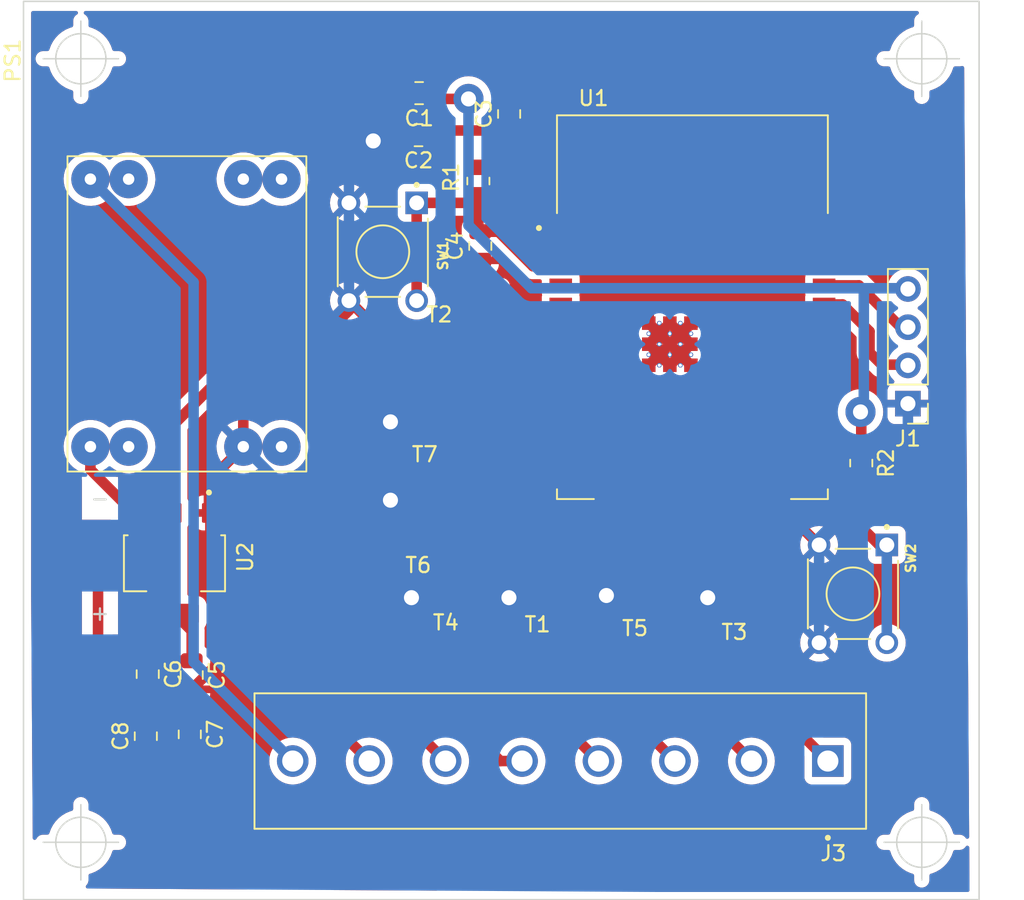
<source format=kicad_pcb>
(kicad_pcb (version 20211014) (generator pcbnew)
  (layers (0 "F.Cu" signal) (31 "B.Cu" signal) (34 "B.Paste" user) (35 "F.Paste" user) (36 "B.SilkS" user "B.Silkscreen") (37 "F.SilkS" user "F.Silkscreen") (38 "B.Mask" user) (39 "F.Mask" user) (44 "Edge.Cuts" user))
  (net 0 "")
  (net 1 "+3V3")
  (net 2 "GND")
  (net 3 "Net-(J3-Pad1)")
  (net 4 "Net-(J3-Pad2)")
  (net 5 "Net-(J3-Pad4)")
  (net 6 "Net-(J3-Pad5)")
  (net 7 "Net-(J3-Pad6)")
  (net 8 "Net-(J3-Pad7)")
  (net 9 "unconnected-(J3-Pad8)")
  (net 10 "Net-(J1-Pad2)")
  (net 11 "Net-(J1-Pad3)")
  (net 12 "Net-(J3-Pad3)")
  (net 13 "Net-(T1-Pad1)")
  (net 14 "Net-(T2-Pad1)")
  (net 15 "Net-(T3-Pad1)")
  (net 39 "Net-(T4-Pad1)")
  (net 40 "Net-(T5-Pad1)")
  (net 41 "Net-(T6-Pad1)")
  (net 42 "Net-(T7-Pad1)")
  (net 43 "Net-(C4-Pad2)")
  (net 44 "Net-(C7-Pad2)")
  (net 45 "Net-(R2-Pad2)")
  (footprint "Capacitor_SMD:C_0805_2012Metric" (layer "F.Cu") (at 124.206 115.885 -90)
    (fp_text reference "C5" (at 0 -1.68 90) (layer "F.SilkS"))
    (fp_text value "0.1u")
    (fp_line (start -0.261252 0.735) (end 0.261252 0.735) (layer "F.SilkS") (width 0.12))
    (fp_line (start -0.261252 -0.735) (end 0.261252 -0.735) (layer "F.SilkS") (width 0.12))
    (pad "1" smd roundrect (at -0.95 0 270) (size 1 1.45) (layers "F.Cu" "F.Paste" "F.Mask") (net 1 "+3V3"))
    (pad "2" smd roundrect (at 0.95 0 270) (size 1 1.45) (layers "F.Cu" "F.Paste" "F.Mask") (net 2 "GND"))
  )
  (footprint "libraries:SOT23" (layer "F.Cu") (at 154.94 110.236 180)
    (fp_text reference "T5" (at 1.27142 -2.54284) (layer "F.SilkS") (effects (font (size 1.001118 1.001118))))
    (fp_text value "BC848")
    (pad "1" smd rect locked (at -0.95 1.1 180) (size 1 1.4) (layers "F.Cu" "F.Paste" "F.Mask") (net 40 "Net-(T5-Pad1)"))
    (pad "2" smd rect locked (at 0.95 1.1 180) (size 1 1.4) (layers "F.Cu" "F.Paste" "F.Mask") (net 2 "GND"))
    (pad "3" smd rect locked (at 0 -1.1 180) (size 1 1.4) (layers "F.Cu" "F.Paste" "F.Mask") (net 4 "Net-(J3-Pad2)"))
  )
  (footprint "libraries:TE_282841-8" (layer "F.Cu") (at 148.7 121.6 180)
    (fp_text reference "J3" (at -18.145 -6.135) (layer "F.SilkS"))
    (fp_text value "R pinnen RGB strips")
    (fp_line (start 20.32 4.5) (end -20.32 4.5) (layer "F.SilkS") (width 0.127))
    (fp_line (start -20.32 -4.5) (end 20.32 -4.5) (layer "F.SilkS") (width 0.127))
    (fp_line (start 20.32 -4.5) (end 20.32 4.5) (layer "F.SilkS") (width 0.127))
    (fp_line (start -20.32 4.5) (end -20.32 -4.5) (layer "F.SilkS") (width 0.127))
    (fp_circle (center -17.78 -5.1) (end -17.68 -5.1) (layer "F.SilkS") (width 0.2) (fill none))
    (pad "1" thru_hole rect locked (at -17.78 0 180) (size 2.1 2.1) (drill 1.4) (layers *.Cu *.Mask) (net 3 "Net-(J3-Pad1)"))
    (pad "2" thru_hole circle locked (at -12.7 0 180) (size 2.1 2.1) (drill 1.4) (layers *.Cu *.Mask) (net 4 "Net-(J3-Pad2)"))
    (pad "3" thru_hole circle locked (at -7.62 0 180) (size 2.1 2.1) (drill 1.4) (layers *.Cu *.Mask) (net 12 "Net-(J3-Pad3)"))
    (pad "4" thru_hole circle locked (at -2.54 0 180) (size 2.1 2.1) (drill 1.4) (layers *.Cu *.Mask) (net 5 "Net-(J3-Pad4)"))
    (pad "5" thru_hole circle locked (at 2.54 0 180) (size 2.1 2.1) (drill 1.4) (layers *.Cu *.Mask) (net 6 "Net-(J3-Pad5)"))
    (pad "6" thru_hole circle locked (at 7.62 0 180) (size 2.1 2.1) (drill 1.4) (layers *.Cu *.Mask) (net 7 "Net-(J3-Pad6)"))
    (pad "7" thru_hole circle locked (at 12.7 0 180) (size 2.1 2.1) (drill 1.4) (layers *.Cu *.Mask) (net 8 "Net-(J3-Pad7)"))
    (pad "8" thru_hole circle locked (at 17.78 0 180) (size 2.1 2.1) (drill 1.4) (layers *.Cu *.Mask) (net 9 "unconnected-(J3-Pad8)"))
  )
  (footprint "Capacitor_SMD:C_0805_2012Metric" (layer "F.Cu") (at 139.2784 80.01 180)
    (fp_text reference "C2" (at 0 -1.68) (layer "F.SilkS"))
    (fp_text value "22u")
    (fp_line (start -0.261252 -0.735) (end 0.261252 -0.735) (layer "F.SilkS") (width 0.12))
    (fp_line (start -0.261252 0.735) (end 0.261252 0.735) (layer "F.SilkS") (width 0.12))
    (pad "1" smd roundrect (at -0.95 0 180) (size 1 1.45) (layers "F.Cu" "F.Paste" "F.Mask") (net 1 "+3V3"))
    (pad "2" smd roundrect (at 0.95 0 180) (size 1 1.45) (layers "F.Cu" "F.Paste" "F.Mask") (net 2 "GND"))
  )
  (footprint "Connector_PinHeader_2.54mm:PinHeader_1x04_P2.54mm_Vertical" (layer "F.Cu") (at 171.8 97.85 180)
    (fp_text reference "J1" (at 0 -2.33) (layer "F.SilkS"))
    (fp_text value "Conn_01x04_Female")
    (fp_line (start -1.33 8.95) (end 1.33 8.95) (layer "F.SilkS") (width 0.12))
    (fp_line (start -1.33 1.27) (end -1.33 8.95) (layer "F.SilkS") (width 0.12))
    (fp_line (start -1.33 1.27) (end 1.33 1.27) (layer "F.SilkS") (width 0.12))
    (fp_line (start 1.33 1.27) (end 1.33 8.95) (layer "F.SilkS") (width 0.12))
    (fp_line (start -1.33 0) (end -1.33 -1.33) (layer "F.SilkS") (width 0.12))
    (fp_line (start -1.33 -1.33) (end 0 -1.33) (layer "F.SilkS") (width 0.12))
    (pad "1" thru_hole rect (at 0 0 180) (size 1.7 1.7) (drill 1) (layers *.Cu *.Mask) (net 2 "GND"))
    (pad "2" thru_hole oval (at 0 2.54 180) (size 1.7 1.7) (drill 1) (layers *.Cu *.Mask) (net 10 "Net-(J1-Pad2)"))
    (pad "3" thru_hole oval (at 0 5.08 180) (size 1.7 1.7) (drill 1) (layers *.Cu *.Mask) (net 11 "Net-(J1-Pad3)"))
    (pad "4" thru_hole oval (at 0 7.62 180) (size 1.7 1.7) (drill 1) (layers *.Cu *.Mask) (net 1 "+3V3"))
  )
  (footprint "libraries:SOT23" (layer "F.Cu") (at 142.367 109.855 180)
    (fp_text reference "T4" (at 1.27142 -2.54284) (layer "F.SilkS") (effects (font (size 1.001118 1.001118))))
    (fp_text value "BC848")
    (pad "1" smd rect locked (at -0.95 1.1 180) (size 1 1.4) (layers "F.Cu" "F.Paste" "F.Mask") (net 39 "Net-(T4-Pad1)"))
    (pad "2" smd rect locked (at 0.95 1.1 180) (size 1 1.4) (layers "F.Cu" "F.Paste" "F.Mask") (net 2 "GND"))
    (pad "3" smd rect locked (at 0 -1.1 180) (size 1 1.4) (layers "F.Cu" "F.Paste" "F.Mask") (net 5 "Net-(J3-Pad4)"))
  )
  (footprint "libraries:SOT23" (layer "F.Cu") (at 143.383 91.821 180)
    (fp_text reference "T2" (at 2.718 -0.1104) (layer "F.SilkS") (effects (font (size 1.001118 1.001118))))
    (fp_text value "BC848")
    (pad "1" smd rect locked (at -0.95 1.1 180) (size 1 1.4) (layers "F.Cu" "F.Paste" "F.Mask") (net 14 "Net-(T2-Pad1)"))
    (pad "2" smd rect locked (at 0.95 1.1 180) (size 1 1.4) (layers "F.Cu" "F.Paste" "F.Mask") (net 2 "GND"))
    (pad "3" smd rect locked (at 0 -1.1 180) (size 1 1.4) (layers "F.Cu" "F.Paste" "F.Mask") (net 8 "Net-(J3-Pad7)"))
  )
  (footprint "libraries:SOT23" (layer "F.Cu") (at 161.544 110.49 180)
    (fp_text reference "T3" (at 1.27142 -2.54284) (layer "F.SilkS") (effects (font (size 1.001118 1.001118))))
    (fp_text value "BC848")
    (pad "1" smd rect locked (at -0.95 1.1 180) (size 1 1.4) (layers "F.Cu" "F.Paste" "F.Mask") (net 15 "Net-(T3-Pad1)"))
    (pad "2" smd rect locked (at 0.95 1.1 180) (size 1 1.4) (layers "F.Cu" "F.Paste" "F.Mask") (net 2 "GND"))
    (pad "3" smd rect locked (at 0 -1.1 180) (size 1 1.4) (layers "F.Cu" "F.Paste" "F.Mask") (net 3 "Net-(J3-Pad1)"))
  )
  (footprint "Capacitor_SMD:C_0805_2012Metric" (layer "F.Cu") (at 139.319 77.216 180)
    (fp_text reference "C1" (at 0 -1.68) (layer "F.SilkS"))
    (fp_text value "220u")
    (fp_line (start -0.261252 0.735) (end 0.261252 0.735) (layer "F.SilkS") (width 0.12))
    (fp_line (start -0.261252 -0.735) (end 0.261252 -0.735) (layer "F.SilkS") (width 0.12))
    (pad "1" smd roundrect (at -0.95 0 180) (size 1 1.45) (layers "F.Cu" "F.Paste" "F.Mask") (net 1 "+3V3"))
    (pad "2" smd roundrect locked (at 0.95 0 180) (size 1 1.45) (layers "F.Cu" "F.Paste" "F.Mask") (net 2 "GND"))
  )
  (footprint "Resistor_SMD:R_0805_2012Metric" (layer "F.Cu") (at 143.256 83.058 -90)
    (fp_text reference "R1" (at -0.2375 1.8 90) (layer "F.SilkS"))
    (fp_text value "10k")
    (fp_line (start -0.227064 -0.735) (end 0.227064 -0.735) (layer "F.SilkS") (width 0.12))
    (fp_line (start -0.227064 0.735) (end 0.227064 0.735) (layer "F.SilkS") (width 0.12))
    (pad "1" smd roundrect (at -0.9125 0 270) (size 1.025 1.4) (layers "F.Cu" "F.Paste" "F.Mask") (roundrect_rratio 0.243902) (net 1 "+3V3"))
    (pad "2" smd roundrect (at 0.9125 0 270) (size 1.025 1.4) (layers "F.Cu" "F.Paste" "F.Mask") (roundrect_rratio 0.243902) (net 43 "Net-(C4-Pad2)"))
  )
  (footprint "libraries:SOT23" (layer "F.Cu") (at 148.463 109.982 180)
    (fp_text reference "T1" (at 1.27142 -2.54284) (layer "F.SilkS") (effects (font (size 1.001118 1.001118))))
    (fp_text value "BC848")
    (pad "1" smd rect locked (at -0.95 1.1 180) (size 1 1.4) (layers "F.Cu" "F.Paste" "F.Mask") (net 13 "Net-(T1-Pad1)"))
    (pad "2" smd rect locked (at 0.95 1.1 180) (size 1 1.4) (layers "F.Cu" "F.Paste" "F.Mask") (net 2 "GND"))
    (pad "3" smd rect locked (at 0 -1.1 180) (size 1 1.4) (layers "F.Cu" "F.Paste" "F.Mask") (net 12 "Net-(J3-Pad3)"))
  )
  (footprint "libraries:Buck Converter" (layer "F.Cu") (at 123.825 91.821 90)
    (fp_text reference "PS1" (at 16.764 -11.509 90 unlocked) (layer "F.SilkS"))
    (fp_text value "ITX0512SA")
    (fp_rect (start -10.541 -7.874) (end 10.414 8.001) (layer "F.SilkS") (width 0.12) (fill none))
    (pad "1a" thru_hole circle (at 8.89 -6.35 90) (size 2.54 2.54) (drill 0.762) (layers *.Cu *.Mask) (net 9 "unconnected-(J3-Pad8)"))
    (pad "1b" thru_hole circle (at 8.89 -3.81 90) (size 2.54 2.54) (drill 0.762) (layers *.Cu *.Mask))
    (pad "2a" thru_hole circle (at 8.89 3.81 90) (size 2.54 2.54) (drill 0.762) (layers *.Cu *.Mask))
    (pad "2b" thru_hole circle (at 8.89 6.35 90) (size 2.54 2.54) (drill 0.762) (layers *.Cu *.Mask))
    (pad "3a" thru_hole circle (at -8.89 -6.35 90) (size 2.54 2.54) (drill 0.762) (layers *.Cu *.Mask) (net 44 "Net-(C7-Pad2)"))
    (pad "3b" thru_hole circle (at -8.89 -3.81 90) (size 2.54 2.54) (drill 0.762) (layers *.Cu *.Mask))
    (pad "4a" thru_hole circle (at -8.89 3.81 90) (size 2.54 2.54) (drill 0.762) (layers *.Cu *.Mask) (net 2 "GND"))
    (pad "4b" thru_hole circle (at -8.89 6.35 90) (size 2.54 2.54) (drill 0.762) (layers *.Cu *.Mask))
  )
  (footprint "libraries:SOT23" (layer "F.Cu") (at 140.97 98.679 180)
    (fp_text reference "T7" (at 1.27142 -2.54284) (layer "F.SilkS") (effects (font (size 1.001118 1.001118))))
    (fp_text value "BC848")
    (pad "1" smd rect locked (at -0.95 1.1 180) (size 1 1.4) (layers "F.Cu" "F.Paste" "F.Mask") (net 42 "Net-(T7-Pad1)"))
    (pad "2" smd rect locked (at 0.95 1.1 180) (size 1 1.4) (layers "F.Cu" "F.Paste" "F.Mask") (net 2 "GND"))
    (pad "3" smd rect locked (at 0 -1.1 180) (size 1 1.4) (layers "F.Cu" "F.Paste" "F.Mask") (net 7 "Net-(J3-Pad6)"))
  )
  (footprint "libraries:SOT229P700X180-4N" (layer "F.Cu") (at 123.063 108.458 -90)
    (fp_text reference "U2" (at -0.40579 -4.70284 90) (layer "F.SilkS") (effects (font (size 1.001528 1.001528))))
    (fp_text value "AMS1117")
    (fp_line (start 1.86 3.36) (end 1.86 1.87) (layer "F.SilkS") (width 0.127))
    (fp_line (start -1.86 3.11) (end -1.86 3.36) (layer "F.SilkS") (width 0.127))
    (fp_line (start -1.86 3.36) (end 1.86 3.36) (layer "F.SilkS") (width 0.127))
    (fp_line (start -1.86 -3.36) (end -1.86 -3.1) (layer "F.SilkS") (width 0.127))
    (fp_line (start 1.86 -1.76) (end 1.86 -3.36) (layer "F.SilkS") (width 0.127))
    (fp_line (start -1.86 -3.36) (end 1.86 -3.36) (layer "F.SilkS") (width 0.127))
    (fp_circle (center -4.703 -2.29) (end -4.603 -2.29) (layer "F.SilkS") (width 0.2) (fill none))
    (pad "1" smd roundrect locked (at -3.345 -2.29 180) (size 0.93 1.31) (layers "F.Cu" "F.Paste" "F.Mask") (roundrect_rratio 0.1) (net 2 "GND"))
    (pad "2" smd roundrect locked (at -3.345 0 180) (size 0.93 1.31) (layers "F.Cu" "F.Paste" "F.Mask") (roundrect_rratio 0.1) (net 1 "+3V3"))
    (pad "3" smd roundrect locked (at -3.345 2.29 180) (size 0.93 1.31) (layers "F.Cu" "F.Paste" "F.Mask") (roundrect_rratio 0.1) (net 44 "Net-(C7-Pad2)"))
    (pad "4" smd roundrect locked (at 3.345 0 180) (size 3.24 1.31) (layers "F.Cu" "F.Paste" "F.Mask") (roundrect_rratio 0.1) (net 1 "+3V3"))
  )
  (footprint "Resistor_SMD:R_0805_2012Metric" (layer "F.Cu") (at 168.7 101.8 -90)
    (fp_text reference "R2" (at 0 -1.65 90) (layer "F.SilkS"))
    (fp_text value "10k")
    (fp_line (start -0.227064 -0.735) (end 0.227064 -0.735) (layer "F.SilkS") (width 0.12))
    (fp_line (start -0.227064 0.735) (end 0.227064 0.735) (layer "F.SilkS") (width 0.12))
    (pad "1" smd roundrect (at -0.9125 0 270) (size 1.025 1.4) (layers "F.Cu" "F.Paste" "F.Mask") (roundrect_rratio 0.243902) (net 1 "+3V3"))
    (pad "2" smd roundrect (at 0.9125 0 270) (size 1.025 1.4) (layers "F.Cu" "F.Paste" "F.Mask") (roundrect_rratio 0.243902) (net 45 "Net-(R2-Pad2)"))
  )
  (footprint "Capacitor_SMD:C_0805_2012Metric" (layer "F.Cu") (at 143.383 87.376 90)
    (fp_text reference "C4" (at 0 -1.68 90) (layer "F.SilkS"))
    (fp_text value "1u")
    (fp_line (start -0.261252 -0.735) (end 0.261252 -0.735) (layer "F.SilkS") (width 0.12))
    (fp_line (start -0.261252 0.735) (end 0.261252 0.735) (layer "F.SilkS") (width 0.12))
    (pad "1" smd roundrect (at -0.95 0 90) (size 1 1.45) (layers "F.Cu" "F.Paste" "F.Mask") (net 2 "GND"))
    (pad "2" smd roundrect (at 0.95 0 90) (size 1 1.45) (layers "F.Cu" "F.Paste" "F.Mask") (net 43 "Net-(C4-Pad2)"))
  )
  (footprint "Capacitor_SMD:C_0805_2012Metric" (layer "F.Cu") (at 121.285 115.824 -90)
    (fp_text reference "C6" (at 0 -1.68 90) (layer "F.SilkS"))
    (fp_text value "4.7u")
    (fp_line (start -0.261252 0.735) (end 0.261252 0.735) (layer "F.SilkS") (width 0.12))
    (fp_line (start -0.261252 -0.735) (end 0.261252 -0.735) (layer "F.SilkS") (width 0.12))
    (pad "1" smd roundrect (at -0.95 0 270) (size 1 1.45) (layers "F.Cu" "F.Paste" "F.Mask") (net 1 "+3V3"))
    (pad "2" smd roundrect (at 0.95 0 270) (size 1 1.45) (layers "F.Cu" "F.Paste" "F.Mask") (net 2 "GND"))
  )
  (footprint "Capacitor_SMD:C_0805_2012Metric" (layer "F.Cu") (at 145.3 78.6 90)
    (fp_text reference "C3" (at 0 -1.68 90) (layer "F.SilkS"))
    (fp_text value "0.1u")
    (fp_line (start -0.261252 0.735) (end 0.261252 0.735) (layer "F.SilkS") (width 0.12))
    (fp_line (start -0.261252 -0.735) (end 0.261252 -0.735) (layer "F.SilkS") (width 0.12))
    (pad "1" smd roundrect (at -0.95 0 90) (size 1 1.45) (layers "F.Cu" "F.Paste" "F.Mask") (net 1 "+3V3"))
    (pad "2" smd roundrect (at 0.95 0 90) (size 1 1.45) (layers "F.Cu" "F.Paste" "F.Mask") (net 2 "GND"))
  )
  (footprint "libraries:SW_1825910-6-4" (layer "F.Cu") (at 168.148 110.49 -90)
    (fp_text reference "SW2" (at -2.3627 -3.844398 90) (layer "F.SilkS") (effects (font (size 0.630643 0.630643))))
    (fp_text value "BOOT")
    (fp_line (start 2.3 2.995) (end -2.3 2.995) (layer "F.SilkS") (width 0.127))
    (fp_line (start 3 -1.15) (end 3 1.15) (layer "F.SilkS") (width 0.127))
    (fp_line (start -2.995 -1.15) (end -2.995 1.15) (layer "F.SilkS") (width 0.127))
    (fp_line (start -2.2 -2.995) (end 2.3 -2.995) (layer "F.SilkS") (width 0.127))
    (fp_circle (center 0 0) (end 1.755 0) (layer "F.SilkS") (width 0.127) (fill none))
    (fp_circle (center -4.445 -2.25) (end -4.345 -2.25) (layer "F.SilkS") (width 0.2) (fill none))
    (pad "1" thru_hole rect locked (at -3.25 -2.25 270) (size 1.498 1.498) (drill 0.99) (layers *.Cu *.Mask) (net 45 "Net-(R2-Pad2)"))
    (pad "2" thru_hole circle locked (at 3.25 -2.25 270) (size 1.498 1.498) (drill 0.99) (layers *.Cu *.Mask) (net 45 "Net-(R2-Pad2)"))
    (pad "3" thru_hole circle locked (at -3.25 2.25 270) (size 1.498 1.498) (drill 0.99) (layers *.Cu *.Mask) (net 2 "GND"))
    (pad "4" thru_hole circle locked (at 3.25 2.25 270) (size 1.498 1.498) (drill 0.99) (layers *.Cu *.Mask) (net 2 "GND"))
  )
  (footprint "Capacitor_SMD:C_0805_2012Metric" (layer "F.Cu") (at 124.079 119.827 -90)
    (fp_text reference "C7" (at 0 -1.68 90) (layer "F.SilkS"))
    (fp_text value "0.1u")
    (fp_line (start -0.261252 0.735) (end 0.261252 0.735) (layer "F.SilkS") (width 0.12))
    (fp_line (start -0.261252 -0.735) (end 0.261252 -0.735) (layer "F.SilkS") (width 0.12))
    (pad "1" smd roundrect (at -0.95 0 270) (size 1 1.45) (layers "F.Cu" "F.Paste" "F.Mask") (net 2 "GND"))
    (pad "2" smd roundrect (at 0.95 0 270) (size 1 1.45) (layers "F.Cu" "F.Paste" "F.Mask") (net 44 "Net-(C7-Pad2)"))
  )
  (footprint "libraries:SOT23" (layer "F.Cu") (at 140.843 104.267 180)
    (fp_text reference "T6" (at 1.5748 -4.318) (layer "F.SilkS") (effects (font (size 1.001118 1.001118))))
    (fp_text value "BC848")
    (pad "1" smd rect locked (at -0.95 1.1 180) (size 1 1.4) (layers "F.Cu" "F.Paste" "F.Mask") (net 41 "Net-(T6-Pad1)"))
    (pad "2" smd rect locked (at 0.95 1.1 180) (size 1 1.4) (layers "F.Cu" "F.Paste" "F.Mask") (net 2 "GND"))
    (pad "3" smd rect locked (at 0 -1.1 180) (size 1 1.4) (layers "F.Cu" "F.Paste" "F.Mask") (net 6 "Net-(J3-Pad5)"))
  )
  (footprint "Capacitor_SMD:C_0805_2012Metric" (layer "F.Cu") (at 121.158 119.949 90)
    (fp_text reference "C8" (at 0 -1.68 90) (layer "F.SilkS"))
    (fp_text value "4.7u")
    (fp_line (start -0.261252 0.735) (end 0.261252 0.735) (layer "F.SilkS") (width 0.12))
    (fp_line (start -0.261252 -0.735) (end 0.261252 -0.735) (layer "F.SilkS") (width 0.12))
    (pad "1" smd roundrect (at -0.95 0 90) (size 1 1.45) (layers "F.Cu" "F.Paste" "F.Mask") (net 44 "Net-(C7-Pad2)"))
    (pad "2" smd roundrect (at 0.95 0 90) (size 1 1.45) (layers "F.Cu" "F.Paste" "F.Mask") (net 2 "GND"))
  )
  (footprint "libraries:SW_1825910-6-4" (layer "F.Cu") (at 136.906 87.757 -90)
    (fp_text reference "SW1" (at 0.25 -4 90) (layer "F.SilkS") (effects (font (size 0.630643 0.630643))))
    (fp_text value "ENABLE")
    (fp_line (start -2.995 -1.15) (end -2.995 1.15) (layer "F.SilkS") (width 0.127))
    (fp_line (start -2.2 -2.995) (end 2.3 -2.995) (layer "F.SilkS") (width 0.127))
    (fp_line (start 2.3 2.995) (end -2.3 2.995) (layer "F.SilkS") (width 0.127))
    (fp_line (start 3 -1.15) (end 3 1.15) (layer "F.SilkS") (width 0.127))
    (fp_circle (center 0 0) (end 1.755 0) (layer "F.SilkS") (width 0.127) (fill none))
    (fp_circle (center -4.445 -2.25) (end -4.345 -2.25) (layer "F.SilkS") (width 0.2) (fill none))
    (pad "1" thru_hole rect locked (at -3.25 -2.25 270) (size 1.498 1.498) (drill 0.99) (layers *.Cu *.Mask) (net 43 "Net-(C4-Pad2)"))
    (pad "2" thru_hole circle locked (at 3.25 -2.25 270) (size 1.498 1.498) (drill 0.99) (layers *.Cu *.Mask) (net 43 "Net-(C4-Pad2)"))
    (pad "3" thru_hole circle locked (at -3.25 2.25 270) (size 1.498 1.498) (drill 0.99) (layers *.Cu *.Mask) (net 2 "GND"))
    (pad "4" thru_hole circle locked (at 3.25 2.25 270) (size 1.498 1.498) (drill 0.99) (layers *.Cu *.Mask) (net 2 "GND"))
  )
  (footprint "libraries:XCVR_ESP32-WROOM-32E_(16MB)" (layer "F.Cu") (at 157.48 91.44)
    (fp_text reference "U1" (at -6.575 -13.885) (layer "F.SilkS"))
    (fp_text value "ESP32-WROOM-32E_(16MB)")
    (fp_line (start -9 -6.25) (end -9 -12.75) (layer "F.SilkS") (width 0.127))
    (fp_line (start 6.55 12.75) (end 9 12.75) (layer "F.SilkS") (width 0.127))
    (fp_line (start -9 -12.75) (end 9 -12.75) (layer "F.SilkS") (width 0.127))
    (fp_line (start -9 12.1) (end -9 12.75) (layer "F.SilkS") (width 0.127))
    (fp_line (start 9 -12.75) (end 9 -6.25) (layer "F.SilkS") (width 0.127))
    (fp_line (start 9 12.75) (end 9 12.1) (layer "F.SilkS") (width 0.127))
    (fp_line (start -9 12.75) (end -6.55 12.75) (layer "F.SilkS") (width 0.127))
    (fp_circle (center -10.2 -5.26) (end -10.1 -5.26) (layer "F.SilkS") (width 0.2) (fill none))
    (pad "1" smd rect locked (at -8.75 -5.26) (size 1.5 0.9) (layers "F.Cu" "F.Paste" "F.Mask") (net 2 "GND"))
    (pad "2" smd rect locked (at -8.75 -3.99) (size 1.5 0.9) (layers "F.Cu" "F.Paste" "F.Mask") (net 1 "+3V3"))
    (pad "3" smd rect locked (at -8.75 -2.72) (size 1.5 0.9) (layers "F.Cu" "F.Paste" "F.Mask") (net 43 "Net-(C4-Pad2)"))
    (pad "4" smd rect locked (at -8.75 -1.45) (size 1.5 0.9) (layers "F.Cu" "F.Paste" "F.Mask"))
    (pad "5" smd rect locked (at -8.75 -0.18) (size 1.5 0.9) (layers "F.Cu" "F.Paste" "F.Mask"))
    (pad "6" smd rect locked (at -8.75 1.09) (size 1.5 0.9) (layers "F.Cu" "F.Paste" "F.Mask"))
    (pad "7" smd rect locked (at -8.75 2.36) (size 1.5 0.9) (layers "F.Cu" "F.Paste" "F.Mask"))
    (pad "8" smd rect locked (at -8.75 3.63) (size 1.5 0.9) (layers "F.Cu" "F.Paste" "F.Mask"))
    (pad "9" smd rect locked (at -8.75 4.9) (size 1.5 0.9) (layers "F.Cu" "F.Paste" "F.Mask") (net 14 "Net-(T2-Pad1)"))
    (pad "10" smd rect locked (at -8.75 6.17) (size 1.5 0.9) (layers "F.Cu" "F.Paste" "F.Mask") (net 42 "Net-(T7-Pad1)"))
    (pad "11" smd rect locked (at -8.75 7.44) (size 1.5 0.9) (layers "F.Cu" "F.Paste" "F.Mask") (net 41 "Net-(T6-Pad1)"))
    (pad "12" smd rect locked (at -8.75 8.71) (size 1.5 0.9) (layers "F.Cu" "F.Paste" "F.Mask") (net 39 "Net-(T4-Pad1)"))
    (pad "13" smd rect locked (at -8.75 9.98) (size 1.5 0.9) (layers "F.Cu" "F.Paste" "F.Mask") (net 13 "Net-(T1-Pad1)"))
    (pad "14" smd rect locked (at -8.75 11.25) (size 1.5 0.9) (layers "F.Cu" "F.Paste" "F.Mask") (net 40 "Net-(T5-Pad1)"))
    (pad "15" smd rect locked (at -5.715 12.5) (size 0.9 1.5) (layers "F.Cu" "F.Paste" "F.Mask") (net 2 "GND"))
    (pad "16" smd rect locked (at -4.445 12.5) (size 0.9 1.5) (layers "F.Cu" "F.Paste" "F.Mask") (net 15 "Net-(T3-Pad1)"))
    (pad "17" smd rect locked (at -3.175 12.5) (size 0.9 1.5) (layers "F.Cu" "F.Paste" "F.Mask"))
    (pad "18" smd rect locked (at -1.905 12.5) (size 0.9 1.5) (layers "F.Cu" "F.Paste" "F.Mask"))
    (pad "19" smd rect locked (at -0.635 12.5) (size 0.9 1.5) (layers "F.Cu" "F.Paste" "F.Mask"))
    (pad "20" smd rect locked (at 0.635 12.5) (size 0.9 1.5) (layers "F.Cu" "F.Paste" "F.Mask"))
    (pad "21" smd rect locked (at 1.905 12.5) (size 0.9 1.5) (layers "F.Cu" "F.Paste" "F.Mask"))
    (pad "22" smd rect locked (at 3.175 12.5) (size 0.9 1.5) (layers "F.Cu" "F.Paste" "F.Mask"))
    (pad "23" smd rect locked (at 4.445 12.5) (size 0.9 1.5) (layers "F.Cu" "F.Paste" "F.Mask"))
    (pad "24" smd rect locked (at 5.715 12.5) (size 0.9 1.5) (layers "F.Cu" "F.Paste" "F.Mask"))
    (pad "25" smd rect locked (at 8.75 11.25) (size 1.5 0.9) (layers "F.Cu" "F.Paste" "F.Mask") (net 45 "Net-(R2-Pad2)"))
    (pad "26" smd rect locked (at 8.75 9.98) (size 1.5 0.9) (layers "F.Cu" "F.Paste" "F.Mask"))
    (pad "27" smd rect locked (at 8.75 8.71) (size 1.5 0.9) (layers "F.Cu" "F.Paste" "F.Mask"))
    (pad "28" smd rect locked (at 8.75 7.44) (size 1.5 0.9) (layers "F.Cu" "F.Paste" "F.Mask"))
    (pad "29" smd rect locked (at 8.75 6.17) (size 1.5 0.9) (layers "F.Cu" "F.Paste" "F.Mask"))
    (pad "30" smd rect locked (at 8.75 4.9) (size 1.5 0.9) (layers "F.Cu" "F.Paste" "F.Mask"))
    (pad "31" smd rect locked (at 8.75 3.63) (size 1.5 0.9) (layers "F.Cu" "F.Paste" "F.Mask"))
    (pad "32" smd rect locked (at 8.75 2.36) (size 1.5 0.9) (layers "F.Cu" "F.Paste" "F.Mask"))
    (pad "33" smd rect locked (at 8.75 1.09) (size 1.5 0.9) (layers "F.Cu" "F.Paste" "F.Mask"))
    (pad "34" smd rect locked (at 8.75 -0.18) (size 1.5 0.9) (layers "F.Cu" "F.Paste" "F.Mask") (net 10 "Net-(J1-Pad2)"))
    (pad "35" smd rect locked (at 8.75 -1.45) (size 1.5 0.9) (layers "F.Cu" "F.Paste" "F.Mask") (net 11 "Net-(J1-Pad3)"))
    (pad "36" smd rect locked (at 8.75 -2.72) (size 1.5 0.9) (layers "F.Cu" "F.Paste" "F.Mask"))
    (pad "37" smd rect locked (at 8.75 -3.99) (size 1.5 0.9) (layers "F.Cu" "F.Paste" "F.Mask"))
    (pad "38" smd rect locked (at 8.75 -5.26) (size 1.5 0.9) (layers "F.Cu" "F.Paste" "F.Mask") (net 2 "GND"))
    (pad "39_1" smd rect locked (at -2.9 1.06) (size 0.9 0.9) (layers "F.Cu" "F.Paste" "F.Mask") (net 2 "GND"))
    (pad "39_2" smd rect locked (at -1.5 1.06) (size 0.9 0.9) (layers "F.Cu" "F.Paste" "F.Mask") (net 2 "GND"))
    (pad "39_3" smd rect locked (at -0.1 1.06) (size 0.9 0.9) (layers "F.Cu" "F.Paste" "F.Mask") (net 2 "GND"))
    (pad "39_4" smd rect locked (at -2.9 2.46) (size 0.9 0.9) (layers "F.Cu" "F.Paste" "F.Mask") (net 2 "GND"))
    (pad "39_5" smd rect locked (at -1.5 2.46) (size 0.9 0.9) (layers "F.Cu" "F.Paste" "F.Mask") (net 2 "GND"))
    (pad "39_6" smd rect locked (at -0.1 2.46) (size 0.9 0.9) (layers "F.Cu" "F.Paste" "F.Mask") (net 2 "GND"))
    (pad "39_7" smd rect locked (at -2.9 3.86) (size 0.9 0.9) (layers "F.Cu" "F.Paste" "F.Mask") (net 2 "GND"))
    (pad "39_8" smd rect locked (at -1.5 3.86) (size 0.9 0.9) (layers "F.Cu" "F.Paste" "F.Mask") (net 2 "GND"))
    (pad "39_9" smd rect locked (at -0.1 3.86) (size 0.9 0.9) (layers "F.Cu" "F.Paste" "F.Mask") (net 2 "GND"))
    (pad "39_10" thru_hole circle locked (at -2.2 1.06) (size 0.3 0.3) (drill 0.2) (layers *.Cu))
    (pad "39_11" thru_hole circle locked (at -0.8 1.06) (size 0.3 0.3) (drill 0.2) (layers *.Cu))
    (pad "39_12" thru_hole circle locked (at -2.9 1.76) (size 0.3 0.3) (drill 0.2) (layers *.Cu))
    (pad "39_13" thru_hole circle locked (at -1.5 1.76) (size 0.3 0.3) (drill 0.2) (layers *.Cu))
    (pad "39_14" thru_hole circle locked (at -0.1 1.76) (size 0.3 0.3) (drill 0.2) (layers *.Cu))
    (pad "39_15" thru_hole circle locked (at -2.2 2.46) (size 0.3 0.3) (drill 0.2) (layers *.Cu))
    (pad "39_16" thru_hole circle locked (at -0.8 2.46) (size 0.3 0.3) (drill 0.2) (layers *.Cu))
    (pad "39_17" thru_hole circle locked (at -2.9 3.16) (size 0.3 0.3) (drill 0.2) (layers *.Cu))
    (pad "39_18" thru_hole circle locked (at -1.5 3.16) (size 0.3 0.3) (drill 0.2) (layers *.Cu))
    (pad "39_19" thru_hole circle locked (at -0.1 3.16) (size 0.3 0.3) (drill 0.2) (layers *.Cu))
    (pad "39_20" thru_hole circle locked (at -2.2 3.86) (size 0.3 0.3) (drill 0.2) (layers *.Cu))
    (pad "39_21" thru_hole circle locked (at -0.8 3.86) (size 0.3 0.3) (drill 0.2) (layers *.Cu))
    (zone (net 0) (net_name "") (layer "F.Cu") (connect_pads (clearance 0)) (min_thickness 0.01)
      (keepout (tracks not_allowed) (vias not_allowed) (pads not_allowed) (copperpour not_allowed) (footprints allowed))
      (fill (thermal_gap 0.508) (thermal_bridge_width 0.508))
      (polygon (pts (xy 148.48 78.69) (xy 166.48 78.69) (xy 166.48 84.88) (xy 148.48 84.88)))
    )
  )
  (gr_rect (start 113.03 71.12) (end 176.53 130.81) (layer "Edge.Cuts") (width 0.1) (fill none))
  (gr_text "-" (at 129.794 80.137) (layer "F.Cu") (effects (font (size 1 1))))
  (gr_text "seven RGB pins\n" (at 150.114 128.524) (layer "F.Cu") (effects (font (size 1.5 1.5) (thickness 0.3))))
  (gr_text "7 Segment" (at 127 74.295) (layer "F.Cu") (effects (font (size 1.5 1.5) (thickness 0.3))))
  (gr_text "+" (at 117.221 79.756) (layer "F.Cu") (effects (font (size 1 1))))
  (gr_text "12V" (at 130.683 128.524) (layer "F.Cu") (effects (font (size 1.5 1.5) (thickness 0.3))))
  (gr_text "+" (at 118.11 111.76) (layer "Edge.Cuts") (effects (font (size 1 1))))
  (gr_text "-" (at 118.11 104.14) (layer "Edge.Cuts") (effects (font (size 1 1))))
  (target plus (at 172.72 74.93) (size 5) (width 0.1) (layer "Edge.Cuts"))
  (target plus (at 172.72 127) (size 5) (width 0.1) (layer "Edge.Cuts"))
  (target plus (at 116.84 127) (size 5) (width 0.1) (layer "Edge.Cuts"))
  (target plus (at 116.84 74.93) (size 5) (width 0.1) (layer "Edge.Cuts"))
  (segment (start 145.15 79.7) (end 140.2284 79.7) (width 0.7) (layer "F.Cu") (net 1))
  (segment (start 121.346 114.935) (end 121.285 114.874) (width 0.7) (layer "F.Cu") (net 1))
  (segment (start 140.2284 79.7) (end 140.2284 80.01) (width 0.7) (layer "F.Cu") (net 1))
  (segment (start 140.2284 77.8916) (end 140.2284 80.01) (width 0.7) (layer "F.Cu") (net 1))
  (segment (start 146.3 86) (end 147.75 87.45) (width 0.7) (layer "F.Cu") (net 1))
  (segment (start 123.063 105.113) (end 123.063 111.803) (width 0.7) (layer "F.Cu") (net 1))
  (segment (start 140.52 77.6) (end 140.2284 77.8916) (width 0.7) (layer "F.Cu") (net 1))
  (segment (start 123.063 105.113) (end 123.063 99.187) (width 0.7) (layer "F.Cu") (net 1))
  (segment (start 145.3 79.55) (end 145.15 79.7) (width 0.7) (layer "F.Cu") (net 1))
  (segment (start 124.206 114.935) (end 124.206 112.946) (width 0.7) (layer "F.Cu") (net 1))
  (segment (start 124.206 112.946) (end 123.063 111.803) (width 0.7) (layer "F.Cu") (net 1))
  (segment (start 146.3 80.514) (end 146.3 84) (width 0.7) (layer "F.Cu") (net 1))
  (segment (start 144.4455 82.1455) (end 146.3 84) (width 0.7) (layer "F.Cu") (net 1))
  (segment (start 143.256 82.1455) (end 144.4455 82.1455) (width 0.7) (layer "F.Cu") (net 1))
  (segment (start 168.7 100.8875) (end 168.7 98.45) (width 0.7) (layer "F.Cu") (net 1))
  (segment (start 145.336 79.55) (end 146.3 80.514) (width 0.7) (layer "F.Cu") (net 1))
  (segment (start 146.3 84) (end 146.3 86) (width 0.7) (layer "F.Cu") (net 1))
  (segment (start 142.6 77.6) (end 140.52 77.6) (width 0.7) (layer "F.Cu") (net 1))
  (segment (start 136.906 83.566) (end 140.2284 80.2436) (width 0.7) (layer "F.Cu") (net 1))
  (segment (start 123.063 99.187) (end 136.906 85.344) (width 0.7) (layer "F.Cu") (net 1))
  (segment (start 147.75 87.45) (end 148.73 87.45) (width 0.7) (layer "F.Cu") (net 1))
  (segment (start 136.906 85.344) (end 136.906 83.566) (width 0.7) (layer "F.Cu") (net 1))
  (segment (start 140.2284 80.2436) (end 140.2284 80.01) (width 0.7) (layer "F.Cu") (net 1))
  (segment (start 168.7 98.45) (end 168.65 98.4) (width 0.7) (layer "F.Cu") (net 1))
  (segment (start 124.206 114.935) (end 121.346 114.935) (width 0.7) (layer "F.Cu") (net 1))
  (segment (start 145.3 79.55) (end 145.336 79.55) (width 0.7) (layer "F.Cu") (net 1))
  (via (at 142.6 77.6) (size 2) (drill 1) (layers "F.Cu" "B.Cu") (net 1))
  (via (at 168.65 98.4) (size 2) (drill 1) (layers "F.Cu" "B.Cu") (net 1))
  (segment (start 168.87 90.18) (end 171.35 90.18) (width 0.7) (layer "B.Cu") (net 1))
  (segment (start 146.78 90.18) (end 168.87 90.18) (width 0.7) (layer "B.Cu") (net 1))
  (segment (start 142.6 77.6) (end 142.3236 77.8764) (width 0.7) (layer "B.Cu") (net 1))
  (segment (start 142.6 77.6) (end 142.6 86) (width 0.7) (layer "B.Cu") (net 1))
  (segment (start 168.87 98.18) (end 168.65 98.4) (width 0.7) (layer "B.Cu") (net 1))
  (segment (start 142.6 86) (end 146.78 90.18) (width 0.7) (layer "B.Cu") (net 1))
  (segment (start 168.87 90.18) (end 168.87 98.18) (width 0.7) (layer "B.Cu") (net 1))
  (segment (start 142.433 90.721) (end 142.433 90.739) (width 0.7) (layer "F.Cu") (net 2))
  (segment (start 139.959 74.041) (end 143.641 74.041) (width 0.7) (layer "F.Cu") (net 2))
  (segment (start 155.485479 94.805479) (end 155.074521 94.805479) (width 0.7) (layer "F.Cu") (net 2))
  (segment (start 121.285 118.872) (end 121.158 118.999) (width 0.7) (layer "F.Cu") (net 2))
  (segment (start 164.592 105.934) (end 164.592 102.362) (width 0.7) (layer "F.Cu") (net 2))
  (segment (start 138.895 97.579) (end 137.414 99.06) (width 0.7) (layer "F.Cu") (net 2))
  (segment (start 143.383 88.326) (end 142.433 89.276) (width 0.7) (layer "F.Cu") (net 2))
  (segment (start 138.3436 77.1906) (end 138.3436 75.6564) (width 0.7) (layer "F.Cu") (net 2))
  (segment (start 155.074521 94.394521) (end 155.485479 94.394521) (width 0.7) (layer "F.Cu") (net 2))
  (segment (start 151.765 103.94) (end 151.765 98.115) (width 0.7) (layer "F.Cu") (net 2))
  (segment (start 155.98 93.9) (end 155.485479 93.405479) (width 0.7) (layer "F.Cu") (net 2))
  (segment (start 156.474521 94.394521) (end 156.474521 94.805479) (width 0.7) (layer "F.Cu") (net 2))
  (segment (start 145.3 77.65) (end 145.861 77.089) (width 0.7) (layer "F.Cu") (net 2))
  (segment (start 155.485479 94.394521) (end 155.98 93.9) (width 0.7) (layer "F.Cu") (net 2))
  (segment (start 156.474521 94.805479) (end 156.885479 94.805479) (width 0.7) (layer "F.Cu") (net 2))
  (segment (start 154.58 93.9) (end 155.074521 94.394521) (width 0.7) (layer "F.Cu") (net 2))
  (segment (start 127.635 100.711) (end 127.635 98.679) (width 0.7) (layer "F.Cu") (net 2))
  (segment (start 155.074521 92.994521) (end 155.074521 93.405479) (width 0.7) (layer "F.Cu") (net 2))
  (segment (start 156.885479 94.805479) (end 156.885479 94.394521) (width 0.7) (layer "F.Cu") (net 2))
  (segment (start 156.474521 94.805479) (end 155.98 95.3) (width 0.7) (layer "F.Cu") (net 2))
  (segment (start 157.6392 92.5) (end 157.38 92.5) (width 0.7) (layer "F.Cu") (net 2))
  (segment (start 155.98 92.5) (end 156.474521 92.994521) (width 0.7) (layer "F.Cu") (net 2))
  (segment (start 124.206 116.835) (end 126.873 114.168) (width 0.7) (layer "F.Cu") (net 2))
  (segment (start 155.98 93.9) (end 156.474521 93.405479) (width 0.7) (layer "F.Cu") (net 2))
  (segment (start 125.353 102.993) (end 127.635 100.711) (width 0.7) (layer "F.Cu") (net 2))
  (segment (start 156.474521 92.994521) (end 156.885479 92.994521) (width 0.7) (layer "F.Cu") (net 2))
  (segment (start 155.074521 94.805479) (end 154.58 95.3) (width 0.7) (layer "F.Cu") (net 2))
  (segment (start 156.885479 94.394521) (end 156.474521 94.394521) (width 0.7) (layer "F.Cu") (net 2))
  (segment (start 157.38 92.556) (end 157.226 92.71) (width 0.7) (layer "F.Cu") (net 2))
  (segment (start 155.485479 94.805479) (end 155.485479 94.394521) (width 0.7) (layer "F.Cu") (net 2))
  (segment (start 155.485479 92.995162) (end 155.485479 93.405479) (width 0.7) (layer "F.Cu") (net 2))
  (segment (start 155.98 95.3) (end 155.485479 94.805479) (width 0.7) (layer "F.Cu") (net 2))
  (segment (start 167.312 86.18) (end 166.23 86.18) (width 0.7) (layer "F.Cu") (net 2))
  (segment (start 145.651 110.744) (end 147.513 108.882) (width 0.7) (layer "F.Cu") (net 2))
  (segment (start 156.885479 93.405479) (end 156.474521 93.405479) (width 0.7) (layer "F.Cu") (net 2))
  (segment (start 140.02 97.579) (end 138.895 97.579) (width 0.7) (layer "F.Cu") (net 2))
  (segment (start 157.226 92.71) (end 157.169359 92.71) (width 0.7) (layer "F.Cu") (net 2))
  (segment (start 164.592 102.362) (end 157.809 95.579) (width 0.7) (layer "F.Cu") (net 2))
  (segment (start 156.885479 94.805479) (end 157.38 95.3) (width 0.7) (layer "F.Cu") (net 2))
  (segment (start 149.73 86.18) (end 154.58 91.03) (width 0.7) (layer "F.Cu") (net 2))
  (segment (start 157.809 95.579) (end 157.659 95.579) (width 0.7) (layer "F.Cu") (net 2))
  (segment (start 155.98 93.9) (end 156.474521 94.394521) (width 0.7) (layer "F.Cu") (net 2))
  (segment (start 138.3284 80.5384) (end 138.3284 80.01) (width 0.7) (layer "F.Cu") (net 2))
  (segment (start 158.496 110.744) (end 159.85 109.39) (width 0.7) (layer "F.Cu") (net 2))
  (segment (start 138.3436 80.5536) (end 136.3464 80.5536) (width 0.7) (layer "F.Cu") (net 2))
  (segment (start 145.861 77.089) (end 167.64 77.089) (width 0.7) (layer "F.Cu") (net 2))
  (segment (start 168.402 85.09) (end 167.312 86.18) (width 0.7) (layer "F.Cu") (net 2))
  (segment (start 138.369 77.216) (end 138.3436 77.1906) (width 0.7) (layer "F.Cu") (net 2))
  (segment (start 126.873 114.168) (end 126.873 106.633) (width 0.7) (layer "F.Cu") (net 2))
  (segment (start 127.635 98.679) (end 134.656 91.658) (width 0.7) (layer "F.Cu") (net 2))
  (segment (start 166.23 86.18) (end 163.9592 86.18) (width 0.7) (layer "F.Cu") (net 2))
  (segment (start 155.074521 92.994521) (end 155.485479 92.994521) (width 0.7) (layer "F.Cu") (net 2))
  (segment (start 155.485479 92.994521) (end 155.98 92.5) (width 0.7) (layer "F.Cu") (net 2))
  (segment (start 138.3284 80.5688) (end 138.3284 80.01) (width 0.7) (layer "F.Cu") (net 2))
  (segment (start 164.5412 102.4612) (end 164.5264 102.476) (width 0.7) (layer "F.Cu") (net 2))
  (segment (start 157.38 92.5) (end 156.885479 92.994521) (width 0.7) (layer "F.Cu") (net 2))
  (segment (start 159.85 109.39) (end 160.594 109.39) (width 0.7) (layer "F.Cu") (net 2))
  (segment (start 154.58 92.5) (end 155.074521 92.994521) (width 0.7) (layer "F.Cu") (net 2))
  (segment (start 157.169359 92.71) (end 157.070679 92.80868) (width 0.7) (layer "F.Cu") (net 2))
  (segment (start 154.58 91.03) (end 154.58 92.5) (width 0.7) (layer "F.Cu") (net 2))
  (segment (start 165.898 107.24) (end 164.592 105.934) (width 0.7) (layer "F.Cu") (net 2))
  (segment (start 140.8 108.755) (end 141.417 108.755) (width 0.7) (layer "F.Cu") (net 2))
  (segment (start 142.433 89.276) (end 142.433 90.721) (width 0.7) (layer "F.Cu") (net 2))
  (segment (start 155.074521 94.394521) (end 155.074521 94.805479) (width 0.7) (layer "F.Cu") (net 2))
  (segment (start 136.271 80.4782) (end 136.271 80.391) (width 0.7) (layer "F.Cu") (net 2))
  (segment (start 156.885479 93.405479) (end 157.38 93.9) (width 0.7) (layer "F.Cu") (net 2))
  (segment (start 151.765 98.115) (end 154.58 95.3) (width 0.7) (layer "F.Cu") (net 2))
  (segment (start 167.64 77.089) (end 168.402 77.851) (width 0.7) (layer "F.Cu") (net 2))
  (segment (start 138.4152 80.6556) (end 138.3284 80.5688) (width 0.7) (layer "F.Cu") (net 2))
  (segment (start 138.4 75.6) (end 139.959 74.041) (width 0.7) (layer "F.Cu") (net 2))
  (segment (start 168.402 77.851) (end 168.402 85.09) (width 0.7) (layer "F.Cu") (net 2))
  (segment (start 124.206 116.835) (end 121.346 116.835) (width 0.7) (layer "F.Cu") (net 2))
  (segment (start 138.3436 77.2414) (end 138.3436 80.5536) (width 0.7) (layer "F.Cu") (net 2))
  (segment (start 126.873 106.633) (end 125.353 105.113) (width 0.7) (layer "F.Cu") (net 2))
  (segment (start 124.206 116.835) (end 124.206 118.75) (width 0.7) (layer "F.Cu") (net 2))
  (segment (start 163.9592 86.18) (end 157.6392 92.5) (width 0.7) (layer "F.Cu") (net 2))
  (segment (start 142.433 90.739) (end 140.081 93.091) (width 0.7) (layer "F.Cu") (net 2))
  (segment (start 138.811 110.744) (end 140.8 108.755) (width 0.7) (layer "F.Cu") (net 2))
  (segment (start 152.526 110.6) (end 153.99 109.136) (width 0.7) (layer "F.Cu") (net 2))
  (segment (start 140.081 93.091) (end 136.74 93.091) (width 0.7) (layer "F.Cu") (net 2))
  (segment (start 156.885479 92.994521) (end 156.885479 93.405479) (width 0.7) (layer "F.Cu") (net 2))
  (segment (start 155.074521 93.405479) (end 154.58 93.9) (width 0.7) (layer "F.Cu") (net 2))
  (segment (start 136.3464 80.5536) (end 136.271 80.4782) (width 0.7) (layer "F.Cu") (net 2))
  (segment (start 125.353 105.113) (end 125.353 102.993) (width 0.7) (layer "F.Cu") (net 2))
  (segment (start 157.38 95.3) (end 164.5412 102.4612) (width 0.7) (layer "F.Cu") (net 2))
  (segment (start 155.98 92.500641) (end 155.485479 92.995162) (width 0.7) (layer "F.Cu") (net 2))
  (segment (start 155.98 92.5) (end 155.98 92.500641) (width 0.7) (layer "F.Cu") (net 2))
  (segment (start 151.765 110.6) (end 152.526 110.6) (width 0.7) (layer "F.Cu") (net 2))
  (segment (start 136.74 93.091) (end 134.656 91.007) (width 0.7) (layer "F.Cu") (net 2))
  (segment (start 121.285 116.774) (end 121.285 118.872) (width 0.7) (layer "F.Cu") (net 2))
  (segment (start 138.3436 75.6564) (end 138.4 75.6) (width 0.7) (layer "F.Cu") (net 2))
  (segment (start 138.369 77.216) (end 138.3436 77.2414) (width 0.7) (layer "F.Cu") (net 2))
  (segment (start 138.3436 80.5536) (end 138.3284 80.5384) (width 0.7) (layer "F.Cu") (net 2))
  (segment (start 156.885479 94.394521) (end 157.38 93.9) (width 0.7) (layer "F.Cu") (net 2))
  (segment (start 143.641 74.041) (end 145.2 75.6) (width 0.7) (layer "F.Cu") (net 2))
  (segment (start 138.514 103.167) (end 137.414 104.267) (width 0.7) (layer "F.Cu") (net 2))
  (segment (start 157.38 92.5) (end 157.38 92.556) (width 0.7) (layer "F.Cu") (net 2))
  (segment (start 121.346 116.835) (end 121.285 116.774) (width 0.7) (layer "F.Cu") (net 2))
  (segment (start 155.485479 93.405479) (end 155.074521 93.405479) (width 0.7) (layer "F.Cu") (net 2))
  (segment (start 139.893 103.167) (end 138.514 103.167) (width 0.7) (layer "F.Cu") (net 2))
  (segment (start 124.206 118.75) (end 124.079 118.877) (width 0.7) (layer "F.Cu") (net 2))
  (segment (start 148.73 86.18) (end 149.73 86.18) (width 0.7) (layer "F.Cu") (net 2))
  (segment (start 156.474521 93.405479) (end 156.474521 92.994521) (width 0.7) (layer "F.Cu") (net 2))
  (segment (start 145.3 75.7) (end 145.3 77.65) (width 0.7) (layer "F.Cu") (net 2))
  (segment (start 145.2 75.6) (end 145.3 75.7) (width 0.7) (layer "F.Cu") (net 2))
  (segment (start 134.656 91.658) (end 134.656 91.007) (width 0.7) (layer "F.Cu") (net 2))
  (segment (start 145.288 110.744) (end 145.651 110.744) (width 0.7) (layer "F.Cu") (net 2))
  (via (at 138.811 110.744) (size 2) (drill 1) (layers "F.Cu" "B.Cu") (net 2))
  (via (at 145.288 110.744) (size 2) (drill 1) (layers "F.Cu" "B.Cu") (net 2))
  (via (at 137.414 99.06) (size 2) (drill 1) (layers "F.Cu" "B.Cu") (net 2))
  (via (at 151.765 110.6) (size 2) (drill 1) (layers "F.Cu" "B.Cu") (net 2))
  (via (at 137.414 104.267) (size 2) (drill 1) (layers "F.Cu" "B.Cu") (net 2))
  (via (at 136.271 80.391) (size 2) (drill 1) (layers "F.Cu" "B.Cu") (net 2))
  (via (at 158.496 110.744) (size 2) (drill 1) (layers "F.Cu" "B.Cu") (net 2))
  (segment (start 134.656 82.006) (end 134.656 84.507) (width 0.7) (layer "B.Cu") (net 2))
  (segment (start 137.414 99.06) (end 137.414 104.267) (width 0.7) (layer "B.Cu") (net 2))
  (segment (start 134.656 84.507) (end 134.656 91.007) (width 0.7) (layer "B.Cu") (net 2))
  (segment (start 133.731 106.807) (end 127.635 100.711) (width 0.7) (layer "B.Cu") (net 2))
  (segment (start 145.288 110.744) (end 145.877 110.744) (width 0.7) (layer "B.Cu") (net 2))
  (segment (start 158.496 110.744) (end 158.369 110.871) (width 0.7) (layer "B.Cu") (net 2))
  (segment (start 136.525 105.156) (end 136.525 106.807) (width 0.7) (layer "B.Cu") (net 2))
  (segment (start 165.898 106.771) (end 165.898 107.24) (width 0.7) (layer "B.Cu") (net 2))
  (segment (start 136.271 80.391) (end 134.656 82.006) (width 0.7) (layer "B.Cu") (net 2))
  (segment (start 145.923 110.744) (end 146.067 110.6) (width 0.7) (layer "B.Cu") (net 2))
  (segment (start 152.036 110.871) (end 151.765 110.6) (width 0.7) (layer "B.Cu") (net 2))
  (segment (start 151.765 110.6) (end 151.621 110.744) (width 0.7) (layer "B.Cu") (net 2))
  (segment (start 145.877 110.744) (end 145.9 110.767) (width 0.7) (layer "B.Cu") (net 2))
  (segment (start 136.525 108.458) (end 138.811 110.744) (width 0.7) (layer "B.Cu") (net 2))
  (segment (start 137.414 104.267) (end 136.525 105.156) (width 0.7) (layer "B.Cu") (net 2))
  (segment (start 136.525 106.807) (end 136.525 108.458) (width 0.7) (layer "B.Cu") (net 2))
  (segment (start 171.8 100.869) (end 165.898 106.771) (width 0.7) (layer "B.Cu") (net 2))
  (segment (start 138.811 110.744) (end 145.288 110.744) (width 0.7) (layer "B.Cu") (net 2))
  (segment (start 158.369 110.871) (end 152.036 110.871) (width 0.7) (layer "B.Cu") (net 2))
  (segment (start 171.8 97.85) (end 171.8 100.869) (width 0.7) (layer "B.Cu") (net 2))
  (segment (start 136.525 106.807) (end 133.731 106.807) (width 0.7) (layer "B.Cu") (net 2))
  (segment (start 165.898 113.74) (end 165.898 107.24) (width 0.7) (layer "B.Cu") (net 2))
  (segment (start 151.621 110.744) (end 145.288 110.744) (width 0.7) (layer "B.Cu") (net 2))
  (segment (start 145.288 110.744) (end 145.923 110.744) (width 0.7) (layer "B.Cu") (net 2))
  (segment (start 161.544 111.59) (end 161.544 116.664) (width 0.7) (layer "F.Cu") (net 3))
  (segment (start 161.544 116.664) (end 166.48 121.6) (width 0.7) (layer "F.Cu") (net 3))
  (segment (start 154.94 115.14) (end 161.4 121.6) (width 0.7) (layer "F.Cu") (net 4))
  (segment (start 154.94 111.336) (end 154.94 115.14) (width 0.7) (layer "F.Cu") (net 4))
  (segment (start 142.367 112.727) (end 151.24 121.6) (width 0.7) (layer "F.Cu") (net 5))
  (segment (start 142.367 110.955) (end 142.367 112.727) (width 0.7) (layer "F.Cu") (net 5))
  (segment (start 140.843 105.367) (end 140.759 105.367) (width 0.7) (layer "F.Cu") (net 6))
  (segment (start 136.525 109.601) (end 136.525 113.411) (width 0.7) (layer "F.Cu") (net 6))
  (segment (start 140.759 105.367) (end 136.525 109.601) (width 0.7) (layer "F.Cu") (net 6))
  (segment (start 136.525 113.411) (end 144.714 121.6) (width 0.7) (layer "F.Cu") (net 6))
  (segment (start 144.714 121.6) (end 146.16 121.6) (width 0.7) (layer "F.Cu") (net 6))
  (segment (start 134.62 115.14) (end 141.08 121.6) (width 0.7) (layer "F.Cu") (net 7))
  (segment (start 134.62 104.521) (end 134.62 115.14) (width 0.7) (layer "F.Cu") (net 7))
  (segment (start 140.97 99.779) (end 139.362 99.779) (width 0.7) (layer "F.Cu") (net 7))
  (segment (start 139.362 99.779) (end 134.62 104.521) (width 0.7) (layer "F.Cu") (net 7))
  (segment (start 132.842 97.028) (end 132.842 118.442) (width 0.7) (layer "F.Cu") (net 8))
  (segment (start 132.842 118.442) (end 136 121.6) (width 0.7) (layer "F.Cu") (net 8))
  (segment (start 134.874 94.996) (end 132.842 97.028) (width 0.7) (layer "F.Cu") (net 8))
  (segment (start 143.383 92.921) (end 142.791 92.921) (width 0.7) (layer "F.Cu") (net 8))
  (segment (start 140.716 94.996) (end 134.874 94.996) (width 0.7) (layer "F.Cu") (net 8))
  (segment (start 142.791 92.921) (end 140.716 94.996) (width 0.7) (layer "F.Cu") (net 8))
  (segment (start 117.475 82.931) (end 124.333 89.789) (width 0.7) (layer "B.Cu") (net 9))
  (segment (start 124.333 115.013) (end 130.92 121.6) (width 0.7) (layer "B.Cu") (net 9))
  (segment (start 124.333 89.789) (end 124.333 115.013) (width 0.7) (layer "B.Cu") (net 9))
  (segment (start 169.25 94.45) (end 169.25 93.05) (width 0.7) (layer "F.Cu") (net 10))
  (segment (start 169.25 93.05) (end 167.46 91.26) (width 0.7) (layer "F.Cu") (net 10))
  (segment (start 171.35 95.26) (end 170.06 95.26) (width 0.7) (layer "F.Cu") (net 10))
  (segment (start 166.312 91.178) (end 166.23 91.26) (width 0.7) (layer "F.Cu") (net 10))
  (segment (start 167.46 91.26) (end 166.23 91.26) (width 0.7) (layer "F.Cu") (net 10))
  (segment (start 170.06 95.26) (end 169.25 94.45) (width 0.7) (layer "F.Cu") (net 10))
  (segment (start 171.35 92.72) (end 171.27 92.72) (width 0.7) (layer "F.Cu") (net 11))
  (segment (start 168.54 89.99) (end 166.23 89.99) (width 0.7) (layer "F.Cu") (net 11))
  (segment (start 171.27 92.72) (end 168.54 89.99) (width 0.7) (layer "F.Cu") (net 11))
  (segment (start 166.418 90.178) (end 166.23 89.99) (width 0.7) (layer "F.Cu") (net 11))
  (segment (start 148.463 111.082) (end 148.463 113.743) (width 0.7) (layer "F.Cu") (net 12))
  (segment (start 148.463 113.743) (end 156.32 121.6) (width 0.7) (layer "F.Cu") (net 12))
  (segment (start 149.413 108.882) (end 149.413 107.503) (width 0.7) (layer "F.Cu") (net 13))
  (segment (start 149.413 107.503) (end 146.558 104.648) (width 0.7) (layer "F.Cu") (net 13))
  (segment (start 146.558 102.7176) (end 147.8556 101.42) (width 0.7) (layer "F.Cu") (net 13))
  (segment (start 146.558 104.648) (end 146.558 102.7176) (width 0.7) (layer "F.Cu") (net 13))
  (segment (start 147.8556 101.42) (end 148.73 101.42) (width 0.7) (layer "F.Cu") (net 13))
  (segment (start 147.1 95.9) (end 147.1 93.76) (width 0.7) (layer "F.Cu") (net 14))
  (segment (start 147.1 93.76) (end 144.333 90.993) (width 0.7) (layer "F.Cu") (net 14))
  (segment (start 144.333 90.993) (end 144.333 90.721) (width 0.7) (layer "F.Cu") (net 14))
  (segment (start 148.73 96.34) (end 147.54 96.34) (width 0.7) (layer "F.Cu") (net 14))
  (segment (start 147.54 96.34) (end 147.1 95.9) (width 0.7) (layer "F.Cu") (net 14))
  (segment (start 162.494 107.757) (end 162.494 109.39) (width 0.7) (layer "F.Cu") (net 15))
  (segment (start 153.035 104.969022) (end 153.856978 105.791) (width 0.7) (layer "F.Cu") (net 15))
  (segment (start 153.035 103.94) (end 153.035 104.969022) (width 0.7) (layer "F.Cu") (net 15))
  (segment (start 160.528 105.791) (end 162.494 107.757) (width 0.7) (layer "F.Cu") (net 15))
  (segment (start 153.856978 105.791) (end 160.528 105.791) (width 0.7) (layer "F.Cu") (net 15))
  (segment (start 143.317 108.755) (end 143.317 106.833) (width 0.7) (layer "F.Cu") (net 39))
  (segment (start 143.317 106.833) (end 145.034 105.116) (width 0.7) (layer "F.Cu") (net 39))
  (segment (start 146.992 100.15) (end 148.73 100.15) (width 0.7) (layer "F.Cu") (net 39))
  (segment (start 145.034 105.116) (end 145.034 102.108) (width 0.7) (layer "F.Cu") (net 39))
  (segment (start 145.034 102.108) (end 146.992 100.15) (width 0.7) (layer "F.Cu") (net 39))
  (segment (start 155.89 108.646) (end 155.89 109.136) (width 0.7) (layer "F.Cu") (net 40))
  (segment (start 154.559 107.315) (end 155.89 108.646) (width 0.7) (layer "F.Cu") (net 40))
  (segment (start 148.73 102.69) (end 148.73 103.391) (width 0.7) (layer "F.Cu") (net 40))
  (segment (start 152.654 107.315) (end 154.559 107.315) (width 0.7) (layer "F.Cu") (net 40))
  (segment (start 148.73 103.391) (end 152.654 107.315) (width 0.7) (layer "F.Cu") (net 40))
  (segment (start 146.23 98.88) (end 148.73 98.88) (width 0.7) (layer "F.Cu") (net 41))
  (segment (start 141.793 103.167) (end 141.943 103.167) (width 0.7) (layer "F.Cu") (net 41))
  (segment (start 141.943 103.167) (end 146.23 98.88) (width 0.7) (layer "F.Cu") (net 41))
  (segment (start 148.73 97.61) (end 141.951 97.61) (width 0.7) (layer "F.Cu") (net 42))
  (segment (start 141.951 97.61) (end 141.92 97.579) (width 0.7) (layer "F.Cu") (net 42))
  (segment (start 142.7195 84.507) (end 139.156 84.507) (width 0.7) (layer "F.Cu") (net 43))
  (segment (start 143.383 86.426) (end 144.592 86.426) (width 0.7) (layer "F.Cu") (net 43))
  (segment (start 143.256 83.9705) (end 143.256 86.299) (width 0.7) (layer "F.Cu") (net 43))
  (segment (start 144.592 86.426) (end 146.886 88.72) (width 0.7) (layer "F.Cu") (net 43))
  (segment (start 143.256 86.299) (end 143.383 86.426) (width 0.7) (layer "F.Cu") (net 43))
  (segment (start 139.156 84.507) (end 139.156 91.007) (width 0.7) (layer "F.Cu") (net 43))
  (segment (start 143.256 83.9705) (end 142.7195 84.507) (width 0.7) (layer "F.Cu") (net 43))
  (segment (start 146.886 88.72) (end 148.73 88.72) (width 0.7) (layer "F.Cu") (net 43))
  (segment (start 121.158 120.899) (end 120.01 120.899) (width 0.7) (layer "F.Cu") (net 44))
  (segment (start 120.353 105.113) (end 120.773 105.113) (width 0.7) (layer "F.Cu") (net 44))
  (segment (start 117.983 107.903) (end 120.773 105.113) (width 0.7) (layer "F.Cu") (net 44))
  (segment (start 117.475 100.711) (end 117.475 102.235) (width 0.7) (layer "F.Cu") (net 44))
  (segment (start 117.475 102.235) (end 120.353 105.113) (width 0.7) (layer "F.Cu") (net 44))
  (segment (start 117.983 118.872) (end 117.983 107.903) (width 0.7) (layer "F.Cu") (net 44))
  (segment (start 123.957 120.899) (end 121.158 120.899) (width 0.7) (layer "F.Cu") (net 44))
  (segment (start 124.079 120.777) (end 123.957 120.899) (width 0.7) (layer "F.Cu") (net 44))
  (segment (start 120.01 120.899) (end 117.983 118.872) (width 0.7) (layer "F.Cu") (net 44))
  (segment (start 168.6775 102.69) (end 168.7 102.7125) (width 0.7) (layer "F.Cu") (net 45))
  (segment (start 169.89 107.24) (end 170.398 107.24) (width 0.7) (layer "F.Cu") (net 45))
  (segment (start 166.23 102.69) (end 168.6775 102.69) (width 0.7) (layer "F.Cu") (net 45))
  (segment (start 166.23 103.58) (end 169.89 107.24) (width 0.7) (layer "F.Cu") (net 45))
  (segment (start 166.23 102.69) (end 166.23 103.58) (width 0.7) (layer "F.Cu") (net 45))
  (segment (start 170.398 113.74) (end 170.398 107.24) (width 0.7) (layer "B.Cu") (net 45))
  (zone (net 2) (net_name "GND") (layers F&B.Cu) (connect_pads (clearance 0.508)) (min_thickness 0.254) (fill yes (thermal_gap 0.508) (thermal_bridge_width 0.508))
    (polygon (pts (xy 175.895 130.429) (xy 113.665 130.048) (xy 113.284 71.755) (xy 175.514 71.755)))
  )
)
</source>
